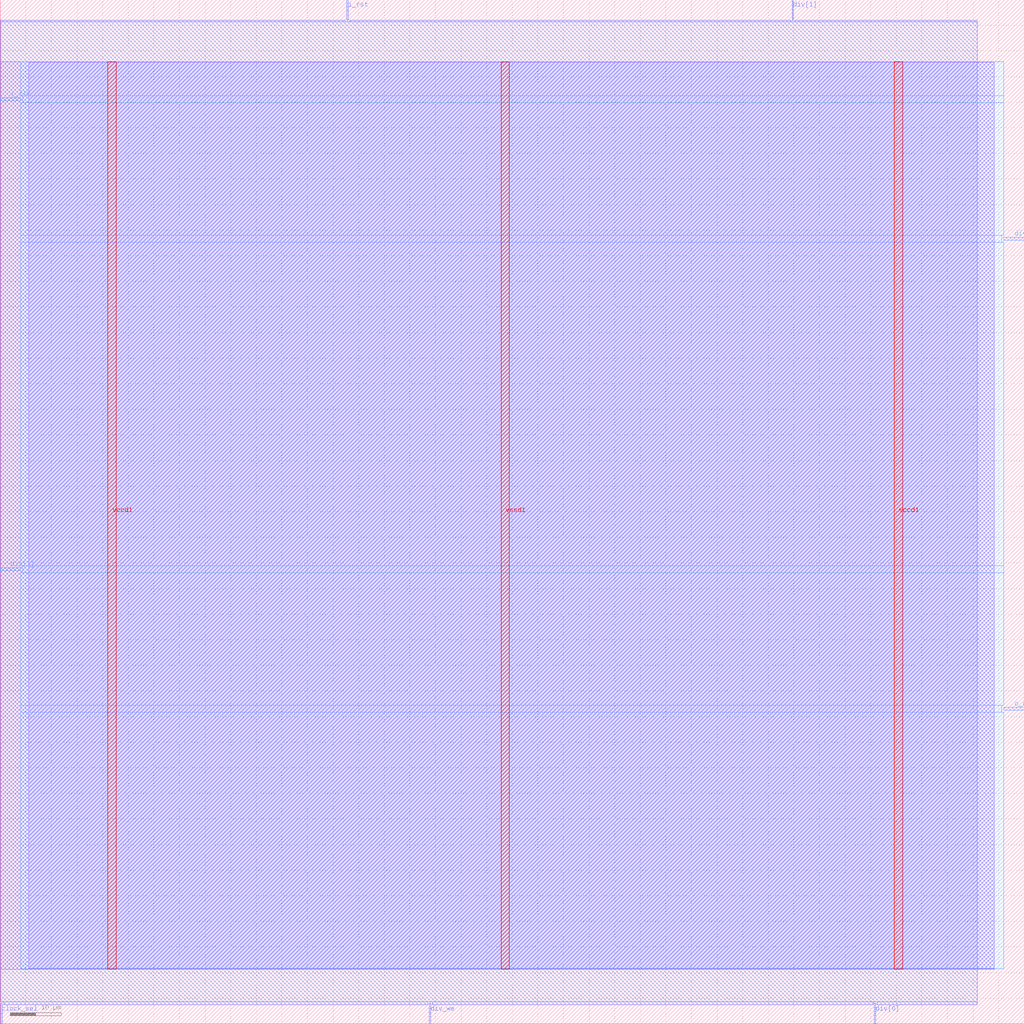
<source format=lef>
VERSION 5.7 ;
  NOWIREEXTENSIONATPIN ON ;
  DIVIDERCHAR "/" ;
  BUSBITCHARS "[]" ;
MACRO clock_div
  CLASS BLOCK ;
  FOREIGN clock_div ;
  ORIGIN 0.000 0.000 ;
  SIZE 200.000 BY 200.000 ;
  PIN clock_sel
    DIRECTION INPUT ;
    USE SIGNAL ;
    PORT
      LAYER met2 ;
        RECT 0.090 0.000 0.370 4.000 ;
    END
  END clock_sel
  PIN div[0]
    DIRECTION INPUT ;
    USE SIGNAL ;
    PORT
      LAYER met2 ;
        RECT 170.750 0.000 171.030 4.000 ;
    END
  END div[0]
  PIN div[1]
    DIRECTION INPUT ;
    USE SIGNAL ;
    PORT
      LAYER met2 ;
        RECT 154.650 196.000 154.930 200.000 ;
    END
  END div[1]
  PIN div[2]
    DIRECTION INPUT ;
    USE SIGNAL ;
    PORT
      LAYER met3 ;
        RECT 196.000 153.040 200.000 153.640 ;
    END
  END div[2]
  PIN div[3]
    DIRECTION INPUT ;
    USE SIGNAL ;
    PORT
      LAYER met3 ;
        RECT 0.000 88.440 4.000 89.040 ;
    END
  END div[3]
  PIN div_we
    DIRECTION INPUT ;
    USE SIGNAL ;
    PORT
      LAYER met2 ;
        RECT 83.810 0.000 84.090 4.000 ;
    END
  END div_we
  PIN i_clk
    DIRECTION INPUT ;
    USE SIGNAL ;
    PORT
      LAYER met3 ;
        RECT 0.000 180.240 4.000 180.840 ;
    END
  END i_clk
  PIN i_rst
    DIRECTION INPUT ;
    USE SIGNAL ;
    PORT
      LAYER met2 ;
        RECT 67.710 196.000 67.990 200.000 ;
    END
  END i_rst
  PIN o_clk
    DIRECTION OUTPUT TRISTATE ;
    USE SIGNAL ;
    PORT
      LAYER met3 ;
        RECT 196.000 61.240 200.000 61.840 ;
    END
  END o_clk
  PIN vccd1
    DIRECTION INOUT ;
    USE POWER ;
    PORT
      LAYER met4 ;
        RECT 21.040 10.640 22.640 187.920 ;
    END
    PORT
      LAYER met4 ;
        RECT 174.640 10.640 176.240 187.920 ;
    END
  END vccd1
  PIN vssd1
    DIRECTION INOUT ;
    USE GROUND ;
    PORT
      LAYER met4 ;
        RECT 97.840 10.640 99.440 187.920 ;
    END
  END vssd1
  OBS
      LAYER li1 ;
        RECT 5.520 10.795 194.120 187.765 ;
      LAYER met1 ;
        RECT 0.070 10.640 194.120 187.920 ;
      LAYER met2 ;
        RECT 0.100 195.720 67.430 196.000 ;
        RECT 68.270 195.720 154.370 196.000 ;
        RECT 155.210 195.720 190.810 196.000 ;
        RECT 0.100 4.280 190.810 195.720 ;
        RECT 0.650 3.670 83.530 4.280 ;
        RECT 84.370 3.670 170.470 4.280 ;
        RECT 171.310 3.670 190.810 4.280 ;
      LAYER met3 ;
        RECT 4.000 181.240 196.000 187.845 ;
        RECT 4.400 179.840 196.000 181.240 ;
        RECT 4.000 154.040 196.000 179.840 ;
        RECT 4.000 152.640 195.600 154.040 ;
        RECT 4.000 89.440 196.000 152.640 ;
        RECT 4.400 88.040 196.000 89.440 ;
        RECT 4.000 62.240 196.000 88.040 ;
        RECT 4.000 60.840 195.600 62.240 ;
        RECT 4.000 10.715 196.000 60.840 ;
  END
END clock_div
END LIBRARY


</source>
